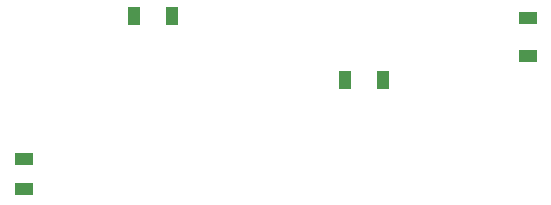
<source format=gtp>
%FSLAX33Y33*%
%MOMM*%
%AMRect-W1000000-H1500000-RO0.500*
21,1,1.,1.5,0.,0.,270*%
%AMRect-W1000000-H1500000-RO1.000*
21,1,1.,1.5,0.,0.,180*%
%ADD10Rect-W1000000-H1500000-RO0.500*%
%ADD11Rect-W1000000-H1500000-RO1.000*%
D10*
%LNtop paste_traces*%
%LNtop paste component 88cb6c97ee84a3ef*%
G01*
X12073Y30746D03*
X12073Y28146D03*
%LNtop paste component 0992c2fab679028b*%
D11*
X24625Y42860D03*
X21425Y42860D03*
%LNtop paste component 5fbc6d91d4a5c07b*%
D10*
X54742Y42654D03*
X54742Y39454D03*
%LNtop paste component 25fcb071ea781e2f*%
D11*
X42491Y37452D03*
X39291Y37452D03*
M02*
</source>
